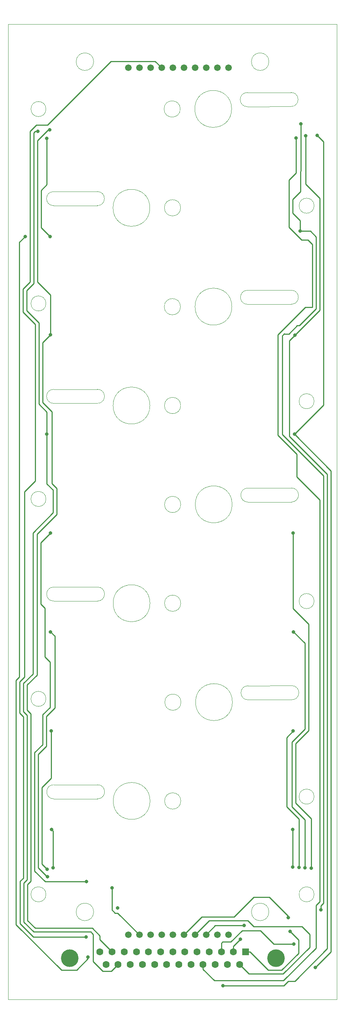
<source format=gbl>
G04 This is an RS-274x file exported by *
G04 gerbv version 2.6.0 *
G04 More information is available about gerbv at *
G04 http://gerbv.gpleda.org/ *
G04 --End of header info--*
%MOIN*%
%FSLAX34Y34*%
%IPPOS*%
G04 --Define apertures--*
%ADD10C,0.0000*%
%ADD11C,0.1575*%
%ADD12C,0.0630*%
%ADD13R,0.0630X0.0630*%
%ADD14C,0.0591*%
%ADD15C,0.0315*%
%ADD16C,0.0098*%
G04 --Start main section--*
G54D10*
G01X0055951Y-027656D02*
G75*
G02X0055948Y-026396I-000001J0000630D01*
G01X0059885Y-026388D02*
G75*
G02X0059888Y-027648I0000001J-000630D01*
G01X0055928Y-009935D02*
G01X0059865Y-009927D01*
G01X0055926Y-008675D02*
G01X0059863Y-008667D01*
G01X0049907Y-010147D02*
G75*
G03X0049907Y-010147I-000729J0000000D01*
G01X0054522Y-010140D02*
G75*
G03X0054522Y-010140I-001654J0000000D01*
G01X0055928Y-009935D02*
G75*
G02X0055926Y-008675I-000001J0000630D01*
G01X0034449Y-089963D02*
G01X0034449Y-002562D01*
G01X0063976Y-089963D02*
G01X0034449Y-089963D01*
G01X0063976Y-002562D02*
G01X0063976Y-089963D01*
G01X0034449Y-002562D02*
G01X0063976Y-002562D01*
G01X0042477Y-071965D02*
G01X0038540Y-071966D01*
G01X0042476Y-070705D02*
G01X0038539Y-070707D01*
G01X0049957Y-072160D02*
G75*
G03X0049957Y-072160I-000729J0000000D01*
G01X0047191Y-072161D02*
G75*
G03X0047191Y-072161I-001654J0000000D01*
G01X0042476Y-070705D02*
G75*
G02X0042477Y-071965I0000000J-000630D01*
G01X0054567Y-045581D02*
G75*
G03X0054567Y-045581I-001654J0000000D01*
G01X0055973Y-045376D02*
G75*
G02X0055971Y-044116I-000001J0000630D01*
G01X0059908Y-044108D02*
G75*
G02X0059910Y-045368I0000001J-000630D01*
G01X0055951Y-027656D02*
G01X0059888Y-027648D01*
G01X0055948Y-026396D02*
G01X0059885Y-026388D01*
G01X0049929Y-027868D02*
G75*
G03X0049929Y-027868I-000729J0000000D01*
G01X0054545Y-027860D02*
G75*
G03X0054545Y-027860I-001654J0000000D01*
G01X0042460Y-017548D02*
G01X0038523Y-017550D01*
G01X0049941Y-019003D02*
G75*
G03X0049941Y-019003I-000729J0000000D01*
G01X0047174Y-019005D02*
G75*
G03X0047174Y-019005I-001654J0000000D01*
G01X0042460Y-017548D02*
G75*
G02X0042461Y-018808I0000000J-000630D01*
G01X0038524Y-018810D02*
G75*
G02X0038523Y-017550I0000000J0000630D01*
G01X0055996Y-063097D02*
G01X0059933Y-063089D01*
G01X0055993Y-061837D02*
G01X0059930Y-061829D01*
G01X0059863Y-008667D02*
G75*
G02X0059865Y-009927I0000001J-000630D01*
G01X0057874Y-005908D02*
G75*
G03X0057874Y-005908I-000787J0000000D01*
G01X0042126Y-005908D02*
G75*
G03X0042126Y-005908I-000787J0000000D01*
G01X0057874Y-082103D02*
G75*
G03X0057874Y-082103I-000787J0000000D01*
G01X0042126Y-082103D02*
G75*
G03X0042126Y-082103I-000787J0000000D01*
G01X0037840Y-027576D02*
G75*
G03X0037840Y-027576I-000675J0000000D01*
G01X0037840Y-010154D02*
G75*
G03X0037840Y-010154I-000675J0000000D01*
G01X0049974Y-063309D02*
G75*
G03X0049974Y-063309I-000729J0000000D01*
G01X0054590Y-063301D02*
G75*
G03X0054590Y-063301I-001654J0000000D01*
G01X0055996Y-063097D02*
G75*
G02X0055993Y-061837I-000001J0000630D01*
G01X0059930Y-061829D02*
G75*
G02X0059933Y-063089I0000001J-000630D01*
G01X0055973Y-045376D02*
G01X0059910Y-045368D01*
G01X0055971Y-044116D02*
G01X0059908Y-044108D01*
G01X0049952Y-045588D02*
G75*
G03X0049952Y-045588I-000729J0000000D01*
G01X0061935Y-080529D02*
G75*
G03X0061935Y-080529I-000675J0000000D01*
G01X0061935Y-071769D02*
G75*
G03X0061935Y-071769I-000675J0000000D01*
G01X0061935Y-054249D02*
G75*
G03X0061935Y-054249I-000675J0000000D01*
G01X0061935Y-036336D02*
G75*
G03X0061935Y-036336I-000675J0000000D01*
G01X0061935Y-018816D02*
G75*
G03X0061935Y-018816I-000675J0000000D01*
G01X0037840Y-080529D02*
G75*
G03X0037840Y-080529I-000675J0000000D01*
G01X0037840Y-063009D02*
G75*
G03X0037840Y-063009I-000675J0000000D01*
G01X0042466Y-036527D02*
G01X0038529Y-036529D01*
G01X0042465Y-035267D02*
G01X0038528Y-035269D01*
G01X0049946Y-036722D02*
G75*
G03X0049946Y-036722I-000729J0000000D01*
G01X0047180Y-036724D02*
G75*
G03X0047180Y-036724I-001654J0000000D01*
G01X0042465Y-035267D02*
G75*
G02X0042466Y-036527I0000000J-000630D01*
G01X0038529Y-036529D02*
G75*
G02X0038528Y-035269I0000000J0000630D01*
G01X0042461Y-018808D02*
G01X0038524Y-018810D01*
G01X0038540Y-071966D02*
G75*
G02X0038539Y-070707I0000000J0000630D01*
G01X0042472Y-054246D02*
G01X0038535Y-054248D01*
G01X0042471Y-052986D02*
G01X0038534Y-052988D01*
G01X0049952Y-054441D02*
G75*
G03X0049952Y-054441I-000729J0000000D01*
G01X0047185Y-054443D02*
G75*
G03X0047185Y-054443I-001654J0000000D01*
G01X0042471Y-052986D02*
G75*
G02X0042472Y-054246I0000000J-000630D01*
G01X0038535Y-054248D02*
G75*
G02X0038534Y-052988I0000000J0000630D01*
G01X0037840Y-045096D02*
G75*
G03X0037840Y-045096I-000675J0000000D01*
G54D11*
G01X0039961Y-086249D03*
G01X0058504Y-086249D03*
G54D12*
G01X0043234Y-086808D03*
G01X0044325Y-086808D03*
G01X0045415Y-086808D03*
G01X0046506Y-086808D03*
G01X0047596Y-086808D03*
G01X0048687Y-086808D03*
G01X0049778Y-086808D03*
G01X0050868Y-086808D03*
G01X0051959Y-086808D03*
G01X0053049Y-086808D03*
G01X0054140Y-086808D03*
G01X0055230Y-086808D03*
G01X0042689Y-085690D03*
G01X0043780Y-085690D03*
G01X0044870Y-085690D03*
G01X0045961Y-085690D03*
G01X0047051Y-085690D03*
G01X0048142Y-085690D03*
G01X0049232Y-085690D03*
G01X0050323Y-085690D03*
G01X0051413Y-085690D03*
G01X0052504Y-085690D03*
G01X0053594Y-085690D03*
G01X0054685Y-085690D03*
G54D13*
G01X0055776Y-085690D03*
G54D14*
G01X0045232Y-006451D03*
G01X0046232Y-006451D03*
G01X0047232Y-006451D03*
G01X0048232Y-006451D03*
G01X0049232Y-006451D03*
G01X0050232Y-006451D03*
G01X0051232Y-006451D03*
G01X0052232Y-006451D03*
G01X0053232Y-006451D03*
G01X0054232Y-006451D03*
G01X0054232Y-084154D03*
G01X0053232Y-084154D03*
G01X0052232Y-084154D03*
G01X0051232Y-084154D03*
G01X0050232Y-084154D03*
G01X0049232Y-084154D03*
G01X0048232Y-084154D03*
G01X0047232Y-084154D03*
G01X0046232Y-084154D03*
G01X0045232Y-084154D03*
G54D15*
G01X0062038Y-087097D03*
G01X0060096Y-084998D03*
G01X0060169Y-039283D03*
G01X0062217Y-012512D03*
G01X0053752Y-088703D03*
G01X0060209Y-030425D03*
G01X0061193Y-012551D03*
G01X0060681Y-021094D03*
G01X0060750Y-011488D03*
G01X0062547Y-081921D03*
G01X0060307Y-012748D03*
G01X0037098Y-012157D03*
G01X0037925Y-039283D03*
G01X0038240Y-030386D03*
G01X0038183Y-012021D03*
G01X0041626Y-086134D03*
G01X0035967Y-021567D03*
G01X0038201Y-021567D03*
G01X0037925Y-012787D03*
G01X0041429Y-084333D03*
G01X0044264Y-081764D03*
G01X0041469Y-079393D03*
G01X0038240Y-048142D03*
G01X0037973Y-078937D03*
G01X0043762Y-079953D03*
G01X0038240Y-057000D03*
G01X0037954Y-078292D03*
G01X0038319Y-065898D03*
G01X0038358Y-074717D03*
G01X0038489Y-078157D03*
G01X0060051Y-048142D03*
G01X0061661Y-078191D03*
G01X0055320Y-084552D03*
G01X0055642Y-083329D03*
G01X0060091Y-057000D03*
G01X0061112Y-078144D03*
G01X0060051Y-065898D03*
G01X0060562Y-078104D03*
G01X0059776Y-083860D03*
G01X0059618Y-082630D03*
G01X0060012Y-074717D03*
G01X0060011Y-078084D03*
G54D16*
G01X0063457Y-042571D02*
G01X0063457Y-085678D01*
G01X0063457Y-085678D02*
G01X0062038Y-087097D01*
G01X0060169Y-039283D02*
G01X0063457Y-042571D01*
G01X0055474Y-083772D02*
G01X0054450Y-084795D01*
G01X0060096Y-084998D02*
G01X0058325Y-084998D01*
G01X0058325Y-084998D02*
G01X0057098Y-083772D01*
G01X0053713Y-084795D02*
G01X0053594Y-084913D01*
G01X0057098Y-083772D02*
G01X0055474Y-083772D01*
G01X0054450Y-084795D02*
G01X0053713Y-084795D01*
G01X0053594Y-084913D02*
G01X0053594Y-085690D01*
G01X0062217Y-012512D02*
G01X0062787Y-013083D01*
G01X0062787Y-013083D02*
G01X0062787Y-036665D01*
G01X0062787Y-036665D02*
G01X0060169Y-039283D01*
G01X0059146Y-088703D02*
G01X0053752Y-088703D01*
G01X0059726Y-039496D02*
G01X0063122Y-042892D01*
G01X0063122Y-042892D02*
G01X0063122Y-085386D01*
G01X0059215Y-088703D02*
G01X0059146Y-088703D01*
G01X0060209Y-030425D02*
G01X0059726Y-030907D01*
G01X0059726Y-030907D02*
G01X0059726Y-039496D01*
G01X0063122Y-085386D02*
G01X0060209Y-088299D01*
G01X0060209Y-088299D02*
G01X0059619Y-088299D01*
G01X0059619Y-088299D02*
G01X0059215Y-088703D01*
G01X0059215Y-088703D02*
G01X0059146Y-088703D01*
G01X0062453Y-028181D02*
G01X0060209Y-030425D01*
G01X0062453Y-018142D02*
G01X0062453Y-028181D01*
G01X0061193Y-016882D02*
G01X0062453Y-018142D01*
G01X0061193Y-012551D02*
G01X0061193Y-016882D01*
G01X0059224Y-030307D02*
G01X0059067Y-030465D01*
G01X0059264Y-030268D02*
G01X0059224Y-030307D01*
G01X0060602Y-029559D02*
G01X0060419Y-029559D01*
G01X0060419Y-029559D02*
G01X0059671Y-030307D01*
G01X0059671Y-030307D02*
G01X0059224Y-030307D01*
G01X0062118Y-028042D02*
G01X0060602Y-029559D01*
G01X0062118Y-021606D02*
G01X0062118Y-028042D01*
G01X0061606Y-021094D02*
G01X0062118Y-021606D01*
G01X0060681Y-021094D02*
G01X0061606Y-021094D01*
G01X0060720Y-015740D02*
G01X0060720Y-017551D01*
G01X0060681Y-020150D02*
G01X0060681Y-021094D01*
G01X0060720Y-017551D02*
G01X0060012Y-018260D01*
G01X0060750Y-011488D02*
G01X0060750Y-015711D01*
G01X0060012Y-019480D02*
G01X0060681Y-020150D01*
G01X0060750Y-015711D02*
G01X0060720Y-015740D01*
G01X0060012Y-018260D02*
G01X0060012Y-019480D01*
G01X0062547Y-081552D02*
G01X0062547Y-081921D01*
G01X0059067Y-030465D02*
G01X0059067Y-039310D01*
G01X0059067Y-039310D02*
G01X0062787Y-043030D01*
G01X0062787Y-081312D02*
G01X0062547Y-081552D01*
G01X0062787Y-043030D02*
G01X0062787Y-081312D01*
G01X0061783Y-022276D02*
G01X0061783Y-027904D01*
G01X0058673Y-030583D02*
G01X0058673Y-039389D01*
G01X0061390Y-021882D02*
G01X0061783Y-022276D01*
G01X0060813Y-021882D02*
G01X0061390Y-021882D01*
G01X0059677Y-016528D02*
G01X0059677Y-020746D01*
G01X0060307Y-015898D02*
G01X0059677Y-016528D01*
G01X0058673Y-030504D02*
G01X0058673Y-030583D01*
G01X0058673Y-030385D02*
G01X0058673Y-030583D01*
G01X0061783Y-027904D02*
G01X0061154Y-027904D01*
G01X0060307Y-012748D02*
G01X0060307Y-015898D01*
G01X0061154Y-027904D02*
G01X0058673Y-030385D01*
G01X0059677Y-020746D02*
G01X0060813Y-021882D01*
G01X0060378Y-041094D02*
G01X0060378Y-043114D01*
G01X0060378Y-043114D02*
G01X0062453Y-045189D01*
G01X0058673Y-039389D02*
G01X0060378Y-041094D01*
G01X0051959Y-087253D02*
G01X0052965Y-088260D01*
G01X0062453Y-081173D02*
G01X0062453Y-045228D01*
G01X0062104Y-085341D02*
G01X0062104Y-081522D01*
G01X0062104Y-081522D02*
G01X0062453Y-081173D01*
G01X0052965Y-088260D02*
G01X0059185Y-088260D01*
G01X0059185Y-088260D02*
G01X0062104Y-085341D01*
G01X0051959Y-086808D02*
G01X0051959Y-087253D01*
G01X0035819Y-064146D02*
G01X0036154Y-064481D01*
G01X0036665Y-048142D02*
G01X0036665Y-060779D01*
G01X0035819Y-061625D02*
G01X0035819Y-064146D01*
G01X0036665Y-060779D02*
G01X0035819Y-061625D01*
G01X0038476Y-046331D02*
G01X0036665Y-048142D01*
G01X0038476Y-044283D02*
G01X0038476Y-046331D01*
G01X0037925Y-043732D02*
G01X0038476Y-044283D01*
G01X0035858Y-083005D02*
G01X0036743Y-083890D01*
G01X0037925Y-039283D02*
G01X0037925Y-043732D01*
G01X0041862Y-083890D02*
G01X0041980Y-084008D01*
G01X0036154Y-079204D02*
G01X0035858Y-079499D01*
G01X0041980Y-084008D02*
G01X0042089Y-084116D01*
G01X0036154Y-064481D02*
G01X0036154Y-079204D01*
G01X0035858Y-079499D02*
G01X0035858Y-083005D01*
G01X0036743Y-083890D02*
G01X0041862Y-083890D01*
G01X0041862Y-083890D02*
G01X0041980Y-084008D01*
G01X0037197Y-029303D02*
G01X0037197Y-036587D01*
G01X0036114Y-028220D02*
G01X0037197Y-029303D01*
G01X0042089Y-084116D02*
G01X0042089Y-085031D01*
G01X0042089Y-084982D02*
G01X0042089Y-085031D01*
G01X0042089Y-085031D02*
G01X0042089Y-086551D01*
G01X0042089Y-086551D02*
G01X0042946Y-087408D01*
G01X0042946Y-087408D02*
G01X0043724Y-087408D01*
G01X0043724Y-087408D02*
G01X0044010Y-087123D01*
G01X0044010Y-087123D02*
G01X0044325Y-086808D01*
G01X0036744Y-025780D02*
G01X0036114Y-026410D01*
G01X0036744Y-012289D02*
G01X0036744Y-025780D01*
G01X0036876Y-012157D02*
G01X0036744Y-012289D01*
G01X0037098Y-012157D02*
G01X0036876Y-012157D01*
G01X0037197Y-036587D02*
G01X0037925Y-037316D01*
G01X0036114Y-026410D02*
G01X0036114Y-028220D01*
G01X0037925Y-037316D02*
G01X0037925Y-039283D01*
G01X0042001Y-083555D02*
G01X0036882Y-083555D01*
G01X0036882Y-083555D02*
G01X0036193Y-082866D01*
G01X0036193Y-079638D02*
G01X0036193Y-082866D01*
G01X0036488Y-079343D02*
G01X0036193Y-079638D01*
G01X0036154Y-064008D02*
G01X0036488Y-064343D01*
G01X0036488Y-064343D02*
G01X0036488Y-079343D01*
G01X0036154Y-061764D02*
G01X0036154Y-064008D01*
G01X0037039Y-060878D02*
G01X0036154Y-061764D01*
G01X0038811Y-046469D02*
G01X0037039Y-048241D01*
G01X0037039Y-048241D02*
G01X0037039Y-060878D01*
G01X0037531Y-036449D02*
G01X0037531Y-031094D01*
G01X0038811Y-046469D02*
G01X0038811Y-044145D01*
G01X0038368Y-037285D02*
G01X0037531Y-036449D01*
G01X0037531Y-031094D02*
G01X0038240Y-030386D01*
G01X0038368Y-043702D02*
G01X0038368Y-037285D01*
G01X0038811Y-044145D02*
G01X0038368Y-043702D01*
G01X0042688Y-084598D02*
G01X0042688Y-084242D01*
G01X0043780Y-085690D02*
G01X0042688Y-084598D01*
G01X0042688Y-084242D02*
G01X0042001Y-083555D01*
G01X0038240Y-026803D02*
G01X0038240Y-030386D01*
G01X0037079Y-025642D02*
G01X0038240Y-026803D01*
G01X0038183Y-012021D02*
G01X0038036Y-012021D01*
G01X0038036Y-012021D02*
G01X0037079Y-012978D01*
G01X0037079Y-012978D02*
G01X0037079Y-025642D01*
G01X0040595Y-087322D02*
G01X0041626Y-086291D01*
G01X0041626Y-086291D02*
G01X0041626Y-086134D01*
G01X0035150Y-061348D02*
G01X0035150Y-083243D01*
G01X0039229Y-087322D02*
G01X0040595Y-087322D01*
G01X0035150Y-083243D02*
G01X0039229Y-087322D01*
G01X0035444Y-061053D02*
G01X0035444Y-061053D01*
G01X0035444Y-061053D02*
G01X0035150Y-061348D01*
G01X0035967Y-021567D02*
G01X0035444Y-022089D01*
G01X0035444Y-022089D02*
G01X0035444Y-061053D01*
G01X0037413Y-017433D02*
G01X0037413Y-020780D01*
G01X0037413Y-020780D02*
G01X0038201Y-021567D01*
G01X0037925Y-016921D02*
G01X0037413Y-017433D01*
G01X0037925Y-012787D02*
G01X0037925Y-016921D01*
G01X0035780Y-028359D02*
G01X0036862Y-029442D01*
G01X0035780Y-026272D02*
G01X0035780Y-028359D01*
G01X0036409Y-025642D02*
G01X0035780Y-026272D01*
G01X0036981Y-011579D02*
G01X0036409Y-012150D01*
G01X0036862Y-043496D02*
G01X0035917Y-044441D01*
G01X0036713Y-084333D02*
G01X0041206Y-084333D01*
G01X0036409Y-012150D02*
G01X0036409Y-025642D01*
G01X0048232Y-006451D02*
G01X0047652Y-005870D01*
G01X0035524Y-079361D02*
G01X0035524Y-083143D01*
G01X0036862Y-029442D02*
G01X0036862Y-043496D01*
G01X0037970Y-011579D02*
G01X0036981Y-011579D01*
G01X0047652Y-005870D02*
G01X0043678Y-005870D01*
G01X0035524Y-083143D02*
G01X0036713Y-084333D01*
G01X0043678Y-005870D02*
G01X0037970Y-011579D01*
G01X0035917Y-044441D02*
G01X0035917Y-061053D01*
G01X0035917Y-061053D02*
G01X0035484Y-061487D01*
G01X0035484Y-061487D02*
G01X0035484Y-064285D01*
G01X0035484Y-064285D02*
G01X0035819Y-064620D01*
G01X0041206Y-084333D02*
G01X0041429Y-084333D01*
G01X0035819Y-064620D02*
G01X0035819Y-079065D01*
G01X0035819Y-079065D02*
G01X0035524Y-079361D01*
G01X0036823Y-067826D02*
G01X0036823Y-078442D01*
G01X0036823Y-078442D02*
G01X0037773Y-079393D01*
G01X0037773Y-079393D02*
G01X0041469Y-079393D01*
G01X0037541Y-064430D02*
G01X0037541Y-067107D01*
G01X0037541Y-067107D02*
G01X0036823Y-067826D01*
G01X0038201Y-063614D02*
G01X0038201Y-063771D01*
G01X0038201Y-063771D02*
G01X0037541Y-064430D01*
G01X0037374Y-054520D02*
G01X0037374Y-049008D01*
G01X0037374Y-049008D02*
G01X0038240Y-048142D01*
G01X0037728Y-054874D02*
G01X0037374Y-054520D01*
G01X0037728Y-059244D02*
G01X0037728Y-054874D01*
G01X0038201Y-063614D02*
G01X0038201Y-059717D01*
G01X0038201Y-059717D02*
G01X0037728Y-059244D01*
G01X0037157Y-077969D02*
G01X0037157Y-078151D01*
G01X0037157Y-078151D02*
G01X0037944Y-078937D01*
G01X0037944Y-078937D02*
G01X0037973Y-078937D01*
G01X0044051Y-082207D02*
G01X0043762Y-081917D01*
G01X0043762Y-081917D02*
G01X0043762Y-079953D01*
G01X0044285Y-082207D02*
G01X0044051Y-082207D01*
G01X0046232Y-084154D02*
G01X0044285Y-082207D01*
G01X0037157Y-077969D02*
G01X0037157Y-067965D01*
G01X0038634Y-057394D02*
G01X0038240Y-057000D01*
G01X0037157Y-067965D02*
G01X0037876Y-067246D01*
G01X0037876Y-067246D02*
G01X0037876Y-064569D01*
G01X0037876Y-064569D02*
G01X0038634Y-063811D01*
G01X0038634Y-063811D02*
G01X0038634Y-057394D01*
G01X0037954Y-078292D02*
G01X0037492Y-077830D01*
G01X0037492Y-077830D02*
G01X0037492Y-070937D01*
G01X0037492Y-070937D02*
G01X0038319Y-070110D01*
G01X0038319Y-070110D02*
G01X0038319Y-065898D01*
G01X0038489Y-078157D02*
G01X0038489Y-074847D01*
G01X0038489Y-074847D02*
G01X0038358Y-074717D01*
G01X0061449Y-056311D02*
G01X0060051Y-054913D01*
G01X0060051Y-054913D02*
G01X0060051Y-048142D01*
G01X0060268Y-072354D02*
G01X0060268Y-067021D01*
G01X0061449Y-065839D02*
G01X0061449Y-056311D01*
G01X0060268Y-067021D02*
G01X0061449Y-065839D01*
G01X0061661Y-073748D02*
G01X0060268Y-072354D01*
G01X0061661Y-078191D02*
G01X0061661Y-073748D01*
G01X0055320Y-084552D02*
G01X0054685Y-085187D01*
G01X0054685Y-085187D02*
G01X0054685Y-085690D01*
G01X0052232Y-084154D02*
G01X0053057Y-083329D01*
G01X0053057Y-083329D02*
G01X0055642Y-083329D01*
G01X0061114Y-065701D02*
G01X0061114Y-058024D01*
G01X0061114Y-058024D02*
G01X0060091Y-057000D01*
G01X0059933Y-066882D02*
G01X0061114Y-065701D01*
G01X0060897Y-073632D02*
G01X0059933Y-072668D01*
G01X0059933Y-072668D02*
G01X0059933Y-066882D01*
G01X0061112Y-078144D02*
G01X0061112Y-073847D01*
G01X0061112Y-073847D02*
G01X0060897Y-073632D01*
G01X0051232Y-084154D02*
G01X0052500Y-082886D01*
G01X0052500Y-082886D02*
G01X0055976Y-082886D01*
G01X0055976Y-082886D02*
G01X0056508Y-083417D01*
G01X0056508Y-083417D02*
G01X0060839Y-083417D01*
G01X0055545Y-087123D02*
G01X0055230Y-086808D01*
G01X0060839Y-083417D02*
G01X0061547Y-084126D01*
G01X0061547Y-084126D02*
G01X0061547Y-085267D01*
G01X0061547Y-085267D02*
G01X0059158Y-087657D01*
G01X0059158Y-087657D02*
G01X0056079Y-087657D01*
G01X0056079Y-087657D02*
G01X0055545Y-087123D01*
G01X0059461Y-066488D02*
G01X0060051Y-065898D01*
G01X0059461Y-072669D02*
G01X0059461Y-066488D01*
G01X0060562Y-073771D02*
G01X0059461Y-072669D01*
G01X0060562Y-078104D02*
G01X0060562Y-073771D01*
G01X0059019Y-087322D02*
G01X0060539Y-085801D01*
G01X0057821Y-087322D02*
G01X0059019Y-087322D01*
G01X0056189Y-085690D02*
G01X0057821Y-087322D01*
G01X0055776Y-085690D02*
G01X0056189Y-085690D01*
G01X0060539Y-085801D02*
G01X0060539Y-084624D01*
G01X0060539Y-084624D02*
G01X0059776Y-083860D01*
G01X0057925Y-080780D02*
G01X0059618Y-082472D01*
G01X0059618Y-082472D02*
G01X0059618Y-082630D01*
G01X0056508Y-080780D02*
G01X0057925Y-080780D01*
G01X0054736Y-082551D02*
G01X0056508Y-080780D01*
G01X0050232Y-084154D02*
G01X0051835Y-082551D01*
G01X0051835Y-082551D02*
G01X0054736Y-082551D01*
G01X0060011Y-078084D02*
G01X0060011Y-074717D01*
G01X0060011Y-074717D02*
G01X0060012Y-074717D01*
M02*

</source>
